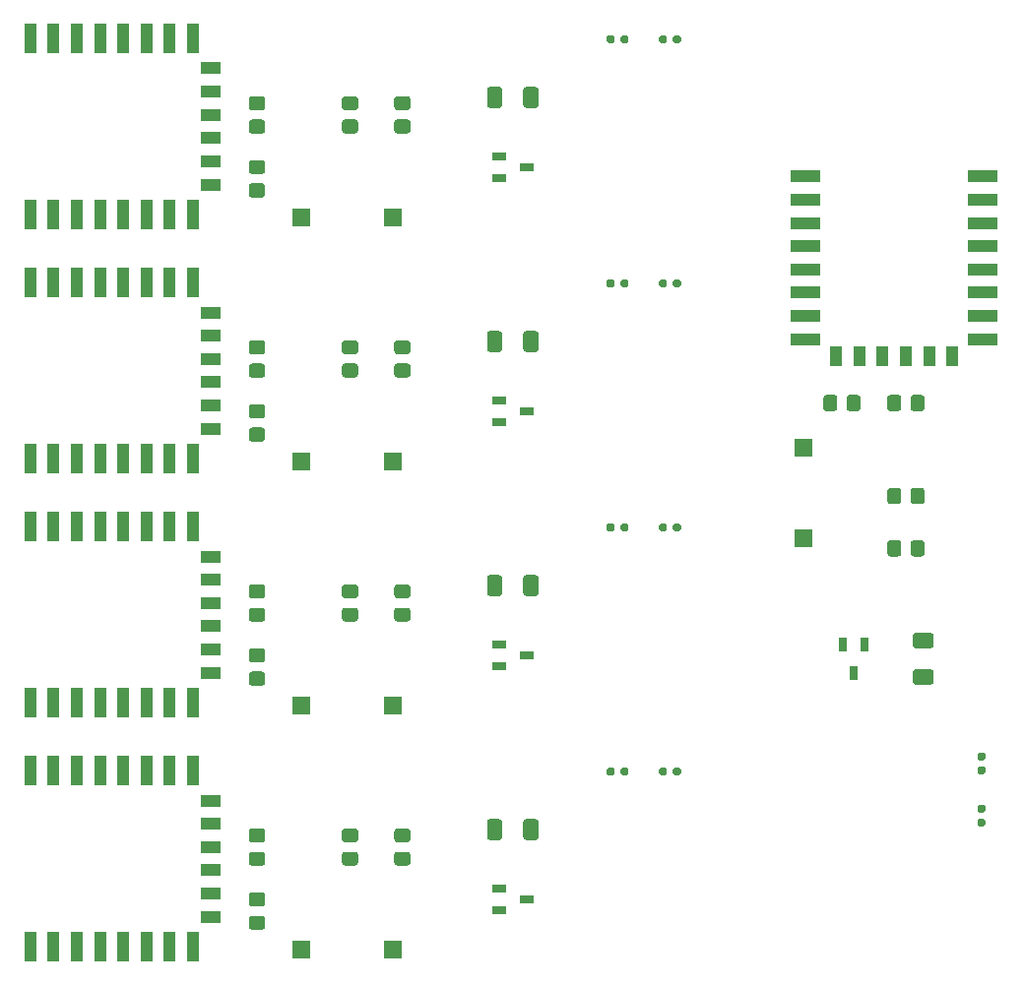
<source format=gbr>
%TF.GenerationSoftware,KiCad,Pcbnew,(5.1.9)-1*%
%TF.CreationDate,2021-04-05T17:54:04+02:00*%
%TF.ProjectId,IM350_AM550_multi,494d3335-305f-4414-9d35-35305f6d756c,rev?*%
%TF.SameCoordinates,Original*%
%TF.FileFunction,Paste,Top*%
%TF.FilePolarity,Positive*%
%FSLAX46Y46*%
G04 Gerber Fmt 4.6, Leading zero omitted, Abs format (unit mm)*
G04 Created by KiCad (PCBNEW (5.1.9)-1) date 2021-04-05 17:54:04*
%MOMM*%
%LPD*%
G01*
G04 APERTURE LIST*
%ADD10R,2.500000X1.000000*%
%ADD11R,1.000000X1.800000*%
%ADD12R,1.500000X1.500000*%
%ADD13R,0.800000X1.300000*%
%ADD14R,1.000000X2.500000*%
%ADD15R,1.800000X1.000000*%
%ADD16R,1.300000X0.800000*%
G04 APERTURE END LIST*
%TO.C,R2*%
G36*
G01*
X130200000Y-76950001D02*
X130200000Y-76049999D01*
G75*
G02*
X130449999Y-75800000I249999J0D01*
G01*
X131150001Y-75800000D01*
G75*
G02*
X131400000Y-76049999I0J-249999D01*
G01*
X131400000Y-76950001D01*
G75*
G02*
X131150001Y-77200000I-249999J0D01*
G01*
X130449999Y-77200000D01*
G75*
G02*
X130200000Y-76950001I0J249999D01*
G01*
G37*
G36*
G01*
X128200000Y-76950001D02*
X128200000Y-76049999D01*
G75*
G02*
X128449999Y-75800000I249999J0D01*
G01*
X129150001Y-75800000D01*
G75*
G02*
X129400000Y-76049999I0J-249999D01*
G01*
X129400000Y-76950001D01*
G75*
G02*
X129150001Y-77200000I-249999J0D01*
G01*
X128449999Y-77200000D01*
G75*
G02*
X128200000Y-76950001I0J249999D01*
G01*
G37*
%TD*%
D10*
%TO.C,U2*%
X121200000Y-44500000D03*
X121200000Y-46500000D03*
X121200000Y-48500000D03*
X121200000Y-50500000D03*
X121200000Y-52500000D03*
X121200000Y-54500000D03*
X121200000Y-56500000D03*
X121200000Y-58500000D03*
D11*
X123800000Y-60000000D03*
X125800000Y-60000000D03*
X127800000Y-60000000D03*
X129800000Y-60000000D03*
X131800000Y-60000000D03*
X133800000Y-60000000D03*
D10*
X136400000Y-58500000D03*
X136400000Y-56500000D03*
X136400000Y-54500000D03*
X136400000Y-52500000D03*
X136400000Y-50500000D03*
X136400000Y-48500000D03*
X136400000Y-46500000D03*
X136400000Y-44500000D03*
%TD*%
%TO.C,R6*%
G36*
G01*
X136460000Y-99260000D02*
X136140000Y-99260000D01*
G75*
G02*
X135980000Y-99100000I0J160000D01*
G01*
X135980000Y-98705000D01*
G75*
G02*
X136140000Y-98545000I160000J0D01*
G01*
X136460000Y-98545000D01*
G75*
G02*
X136620000Y-98705000I0J-160000D01*
G01*
X136620000Y-99100000D01*
G75*
G02*
X136460000Y-99260000I-160000J0D01*
G01*
G37*
G36*
G01*
X136460000Y-100455000D02*
X136140000Y-100455000D01*
G75*
G02*
X135980000Y-100295000I0J160000D01*
G01*
X135980000Y-99900000D01*
G75*
G02*
X136140000Y-99740000I160000J0D01*
G01*
X136460000Y-99740000D01*
G75*
G02*
X136620000Y-99900000I0J-160000D01*
G01*
X136620000Y-100295000D01*
G75*
G02*
X136460000Y-100455000I-160000J0D01*
G01*
G37*
%TD*%
%TO.C,R3*%
G36*
G01*
X136140000Y-95240000D02*
X136460000Y-95240000D01*
G75*
G02*
X136620000Y-95400000I0J-160000D01*
G01*
X136620000Y-95795000D01*
G75*
G02*
X136460000Y-95955000I-160000J0D01*
G01*
X136140000Y-95955000D01*
G75*
G02*
X135980000Y-95795000I0J160000D01*
G01*
X135980000Y-95400000D01*
G75*
G02*
X136140000Y-95240000I160000J0D01*
G01*
G37*
G36*
G01*
X136140000Y-94045000D02*
X136460000Y-94045000D01*
G75*
G02*
X136620000Y-94205000I0J-160000D01*
G01*
X136620000Y-94600000D01*
G75*
G02*
X136460000Y-94760000I-160000J0D01*
G01*
X136140000Y-94760000D01*
G75*
G02*
X135980000Y-94600000I0J160000D01*
G01*
X135980000Y-94205000D01*
G75*
G02*
X136140000Y-94045000I160000J0D01*
G01*
G37*
%TD*%
%TO.C,R1*%
G36*
G01*
X131400000Y-71549999D02*
X131400000Y-72450001D01*
G75*
G02*
X131150001Y-72700000I-249999J0D01*
G01*
X130449999Y-72700000D01*
G75*
G02*
X130200000Y-72450001I0J249999D01*
G01*
X130200000Y-71549999D01*
G75*
G02*
X130449999Y-71300000I249999J0D01*
G01*
X131150001Y-71300000D01*
G75*
G02*
X131400000Y-71549999I0J-249999D01*
G01*
G37*
G36*
G01*
X129400000Y-71549999D02*
X129400000Y-72450001D01*
G75*
G02*
X129150001Y-72700000I-249999J0D01*
G01*
X128449999Y-72700000D01*
G75*
G02*
X128200000Y-72450001I0J249999D01*
G01*
X128200000Y-71549999D01*
G75*
G02*
X128449999Y-71300000I249999J0D01*
G01*
X129150001Y-71300000D01*
G75*
G02*
X129400000Y-71549999I0J-249999D01*
G01*
G37*
%TD*%
%TO.C,R5*%
G36*
G01*
X123900000Y-63549999D02*
X123900000Y-64450001D01*
G75*
G02*
X123650001Y-64700000I-249999J0D01*
G01*
X122949999Y-64700000D01*
G75*
G02*
X122700000Y-64450001I0J249999D01*
G01*
X122700000Y-63549999D01*
G75*
G02*
X122949999Y-63300000I249999J0D01*
G01*
X123650001Y-63300000D01*
G75*
G02*
X123900000Y-63549999I0J-249999D01*
G01*
G37*
G36*
G01*
X125900000Y-63549999D02*
X125900000Y-64450001D01*
G75*
G02*
X125650001Y-64700000I-249999J0D01*
G01*
X124949999Y-64700000D01*
G75*
G02*
X124700000Y-64450001I0J249999D01*
G01*
X124700000Y-63549999D01*
G75*
G02*
X124949999Y-63300000I249999J0D01*
G01*
X125650001Y-63300000D01*
G75*
G02*
X125900000Y-63549999I0J-249999D01*
G01*
G37*
%TD*%
D12*
%TO.C,SW1*%
X121000000Y-67850000D03*
X121000000Y-75650000D03*
%TD*%
%TO.C,R4*%
G36*
G01*
X128200000Y-64450001D02*
X128200000Y-63549999D01*
G75*
G02*
X128449999Y-63300000I249999J0D01*
G01*
X129150001Y-63300000D01*
G75*
G02*
X129400000Y-63549999I0J-249999D01*
G01*
X129400000Y-64450001D01*
G75*
G02*
X129150001Y-64700000I-249999J0D01*
G01*
X128449999Y-64700000D01*
G75*
G02*
X128200000Y-64450001I0J249999D01*
G01*
G37*
G36*
G01*
X130200000Y-64450001D02*
X130200000Y-63549999D01*
G75*
G02*
X130449999Y-63300000I249999J0D01*
G01*
X131150001Y-63300000D01*
G75*
G02*
X131400000Y-63549999I0J-249999D01*
G01*
X131400000Y-64450001D01*
G75*
G02*
X131150001Y-64700000I-249999J0D01*
G01*
X130449999Y-64700000D01*
G75*
G02*
X130200000Y-64450001I0J249999D01*
G01*
G37*
%TD*%
D13*
%TO.C,U1*%
X126250000Y-84800000D03*
X124350000Y-84800000D03*
X125300000Y-87200000D03*
%TD*%
%TO.C,C2*%
G36*
G01*
X131950001Y-88225000D02*
X130649999Y-88225000D01*
G75*
G02*
X130400000Y-87975001I0J249999D01*
G01*
X130400000Y-87149999D01*
G75*
G02*
X130649999Y-86900000I249999J0D01*
G01*
X131950001Y-86900000D01*
G75*
G02*
X132200000Y-87149999I0J-249999D01*
G01*
X132200000Y-87975001D01*
G75*
G02*
X131950001Y-88225000I-249999J0D01*
G01*
G37*
G36*
G01*
X131950001Y-85100000D02*
X130649999Y-85100000D01*
G75*
G02*
X130400000Y-84850001I0J249999D01*
G01*
X130400000Y-84024999D01*
G75*
G02*
X130649999Y-83775000I249999J0D01*
G01*
X131950001Y-83775000D01*
G75*
G02*
X132200000Y-84024999I0J-249999D01*
G01*
X132200000Y-84850001D01*
G75*
G02*
X131950001Y-85100000I-249999J0D01*
G01*
G37*
%TD*%
%TO.C,R6*%
G36*
G01*
X110455000Y-95540000D02*
X110455000Y-95860000D01*
G75*
G02*
X110295000Y-96020000I-160000J0D01*
G01*
X109900000Y-96020000D01*
G75*
G02*
X109740000Y-95860000I0J160000D01*
G01*
X109740000Y-95540000D01*
G75*
G02*
X109900000Y-95380000I160000J0D01*
G01*
X110295000Y-95380000D01*
G75*
G02*
X110455000Y-95540000I0J-160000D01*
G01*
G37*
G36*
G01*
X109260000Y-95540000D02*
X109260000Y-95860000D01*
G75*
G02*
X109100000Y-96020000I-160000J0D01*
G01*
X108705000Y-96020000D01*
G75*
G02*
X108545000Y-95860000I0J160000D01*
G01*
X108545000Y-95540000D01*
G75*
G02*
X108705000Y-95380000I160000J0D01*
G01*
X109100000Y-95380000D01*
G75*
G02*
X109260000Y-95540000I0J-160000D01*
G01*
G37*
%TD*%
%TO.C,R2*%
G36*
G01*
X86950001Y-103800000D02*
X86049999Y-103800000D01*
G75*
G02*
X85800000Y-103550001I0J249999D01*
G01*
X85800000Y-102849999D01*
G75*
G02*
X86049999Y-102600000I249999J0D01*
G01*
X86950001Y-102600000D01*
G75*
G02*
X87200000Y-102849999I0J-249999D01*
G01*
X87200000Y-103550001D01*
G75*
G02*
X86950001Y-103800000I-249999J0D01*
G01*
G37*
G36*
G01*
X86950001Y-101800000D02*
X86049999Y-101800000D01*
G75*
G02*
X85800000Y-101550001I0J249999D01*
G01*
X85800000Y-100849999D01*
G75*
G02*
X86049999Y-100600000I249999J0D01*
G01*
X86950001Y-100600000D01*
G75*
G02*
X87200000Y-100849999I0J-249999D01*
G01*
X87200000Y-101550001D01*
G75*
G02*
X86950001Y-101800000I-249999J0D01*
G01*
G37*
%TD*%
%TO.C,R3*%
G36*
G01*
X104045000Y-95860000D02*
X104045000Y-95540000D01*
G75*
G02*
X104205000Y-95380000I160000J0D01*
G01*
X104600000Y-95380000D01*
G75*
G02*
X104760000Y-95540000I0J-160000D01*
G01*
X104760000Y-95860000D01*
G75*
G02*
X104600000Y-96020000I-160000J0D01*
G01*
X104205000Y-96020000D01*
G75*
G02*
X104045000Y-95860000I0J160000D01*
G01*
G37*
G36*
G01*
X105240000Y-95860000D02*
X105240000Y-95540000D01*
G75*
G02*
X105400000Y-95380000I160000J0D01*
G01*
X105795000Y-95380000D01*
G75*
G02*
X105955000Y-95540000I0J-160000D01*
G01*
X105955000Y-95860000D01*
G75*
G02*
X105795000Y-96020000I-160000J0D01*
G01*
X105400000Y-96020000D01*
G75*
G02*
X105240000Y-95860000I0J160000D01*
G01*
G37*
%TD*%
D14*
%TO.C,U2*%
X54500000Y-95600000D03*
X56500000Y-95600000D03*
X58500000Y-95600000D03*
X60500000Y-95600000D03*
X62500000Y-95600000D03*
X64500000Y-95600000D03*
X66500000Y-95600000D03*
X68500000Y-95600000D03*
D15*
X70000000Y-98200000D03*
X70000000Y-100200000D03*
X70000000Y-102200000D03*
X70000000Y-104200000D03*
X70000000Y-106200000D03*
X70000000Y-108200000D03*
D14*
X68500000Y-110800000D03*
X66500000Y-110800000D03*
X64500000Y-110800000D03*
X62500000Y-110800000D03*
X60500000Y-110800000D03*
X58500000Y-110800000D03*
X56500000Y-110800000D03*
X54500000Y-110800000D03*
%TD*%
%TO.C,R4*%
G36*
G01*
X74450001Y-101800000D02*
X73549999Y-101800000D01*
G75*
G02*
X73300000Y-101550001I0J249999D01*
G01*
X73300000Y-100849999D01*
G75*
G02*
X73549999Y-100600000I249999J0D01*
G01*
X74450001Y-100600000D01*
G75*
G02*
X74700000Y-100849999I0J-249999D01*
G01*
X74700000Y-101550001D01*
G75*
G02*
X74450001Y-101800000I-249999J0D01*
G01*
G37*
G36*
G01*
X74450001Y-103800000D02*
X73549999Y-103800000D01*
G75*
G02*
X73300000Y-103550001I0J249999D01*
G01*
X73300000Y-102849999D01*
G75*
G02*
X73549999Y-102600000I249999J0D01*
G01*
X74450001Y-102600000D01*
G75*
G02*
X74700000Y-102849999I0J-249999D01*
G01*
X74700000Y-103550001D01*
G75*
G02*
X74450001Y-103800000I-249999J0D01*
G01*
G37*
%TD*%
%TO.C,R1*%
G36*
G01*
X81549999Y-102600000D02*
X82450001Y-102600000D01*
G75*
G02*
X82700000Y-102849999I0J-249999D01*
G01*
X82700000Y-103550001D01*
G75*
G02*
X82450001Y-103800000I-249999J0D01*
G01*
X81549999Y-103800000D01*
G75*
G02*
X81300000Y-103550001I0J249999D01*
G01*
X81300000Y-102849999D01*
G75*
G02*
X81549999Y-102600000I249999J0D01*
G01*
G37*
G36*
G01*
X81549999Y-100600000D02*
X82450001Y-100600000D01*
G75*
G02*
X82700000Y-100849999I0J-249999D01*
G01*
X82700000Y-101550001D01*
G75*
G02*
X82450001Y-101800000I-249999J0D01*
G01*
X81549999Y-101800000D01*
G75*
G02*
X81300000Y-101550001I0J249999D01*
G01*
X81300000Y-100849999D01*
G75*
G02*
X81549999Y-100600000I249999J0D01*
G01*
G37*
%TD*%
%TO.C,C2*%
G36*
G01*
X95100000Y-100049999D02*
X95100000Y-101350001D01*
G75*
G02*
X94850001Y-101600000I-249999J0D01*
G01*
X94024999Y-101600000D01*
G75*
G02*
X93775000Y-101350001I0J249999D01*
G01*
X93775000Y-100049999D01*
G75*
G02*
X94024999Y-99800000I249999J0D01*
G01*
X94850001Y-99800000D01*
G75*
G02*
X95100000Y-100049999I0J-249999D01*
G01*
G37*
G36*
G01*
X98225000Y-100049999D02*
X98225000Y-101350001D01*
G75*
G02*
X97975001Y-101600000I-249999J0D01*
G01*
X97149999Y-101600000D01*
G75*
G02*
X96900000Y-101350001I0J249999D01*
G01*
X96900000Y-100049999D01*
G75*
G02*
X97149999Y-99800000I249999J0D01*
G01*
X97975001Y-99800000D01*
G75*
G02*
X98225000Y-100049999I0J-249999D01*
G01*
G37*
%TD*%
D16*
%TO.C,U1*%
X97200000Y-106700000D03*
X94800000Y-107650000D03*
X94800000Y-105750000D03*
%TD*%
%TO.C,R5*%
G36*
G01*
X73549999Y-106100000D02*
X74450001Y-106100000D01*
G75*
G02*
X74700000Y-106349999I0J-249999D01*
G01*
X74700000Y-107050001D01*
G75*
G02*
X74450001Y-107300000I-249999J0D01*
G01*
X73549999Y-107300000D01*
G75*
G02*
X73300000Y-107050001I0J249999D01*
G01*
X73300000Y-106349999D01*
G75*
G02*
X73549999Y-106100000I249999J0D01*
G01*
G37*
G36*
G01*
X73549999Y-108100000D02*
X74450001Y-108100000D01*
G75*
G02*
X74700000Y-108349999I0J-249999D01*
G01*
X74700000Y-109050001D01*
G75*
G02*
X74450001Y-109300000I-249999J0D01*
G01*
X73549999Y-109300000D01*
G75*
G02*
X73300000Y-109050001I0J249999D01*
G01*
X73300000Y-108349999D01*
G75*
G02*
X73549999Y-108100000I249999J0D01*
G01*
G37*
%TD*%
D12*
%TO.C,SW1*%
X85650000Y-111000000D03*
X77850000Y-111000000D03*
%TD*%
%TO.C,R3*%
G36*
G01*
X105240000Y-74860000D02*
X105240000Y-74540000D01*
G75*
G02*
X105400000Y-74380000I160000J0D01*
G01*
X105795000Y-74380000D01*
G75*
G02*
X105955000Y-74540000I0J-160000D01*
G01*
X105955000Y-74860000D01*
G75*
G02*
X105795000Y-75020000I-160000J0D01*
G01*
X105400000Y-75020000D01*
G75*
G02*
X105240000Y-74860000I0J160000D01*
G01*
G37*
G36*
G01*
X104045000Y-74860000D02*
X104045000Y-74540000D01*
G75*
G02*
X104205000Y-74380000I160000J0D01*
G01*
X104600000Y-74380000D01*
G75*
G02*
X104760000Y-74540000I0J-160000D01*
G01*
X104760000Y-74860000D01*
G75*
G02*
X104600000Y-75020000I-160000J0D01*
G01*
X104205000Y-75020000D01*
G75*
G02*
X104045000Y-74860000I0J160000D01*
G01*
G37*
%TD*%
%TO.C,R6*%
G36*
G01*
X109260000Y-74540000D02*
X109260000Y-74860000D01*
G75*
G02*
X109100000Y-75020000I-160000J0D01*
G01*
X108705000Y-75020000D01*
G75*
G02*
X108545000Y-74860000I0J160000D01*
G01*
X108545000Y-74540000D01*
G75*
G02*
X108705000Y-74380000I160000J0D01*
G01*
X109100000Y-74380000D01*
G75*
G02*
X109260000Y-74540000I0J-160000D01*
G01*
G37*
G36*
G01*
X110455000Y-74540000D02*
X110455000Y-74860000D01*
G75*
G02*
X110295000Y-75020000I-160000J0D01*
G01*
X109900000Y-75020000D01*
G75*
G02*
X109740000Y-74860000I0J160000D01*
G01*
X109740000Y-74540000D01*
G75*
G02*
X109900000Y-74380000I160000J0D01*
G01*
X110295000Y-74380000D01*
G75*
G02*
X110455000Y-74540000I0J-160000D01*
G01*
G37*
%TD*%
%TO.C,R2*%
G36*
G01*
X86950001Y-80800000D02*
X86049999Y-80800000D01*
G75*
G02*
X85800000Y-80550001I0J249999D01*
G01*
X85800000Y-79849999D01*
G75*
G02*
X86049999Y-79600000I249999J0D01*
G01*
X86950001Y-79600000D01*
G75*
G02*
X87200000Y-79849999I0J-249999D01*
G01*
X87200000Y-80550001D01*
G75*
G02*
X86950001Y-80800000I-249999J0D01*
G01*
G37*
G36*
G01*
X86950001Y-82800000D02*
X86049999Y-82800000D01*
G75*
G02*
X85800000Y-82550001I0J249999D01*
G01*
X85800000Y-81849999D01*
G75*
G02*
X86049999Y-81600000I249999J0D01*
G01*
X86950001Y-81600000D01*
G75*
G02*
X87200000Y-81849999I0J-249999D01*
G01*
X87200000Y-82550001D01*
G75*
G02*
X86950001Y-82800000I-249999J0D01*
G01*
G37*
%TD*%
%TO.C,C2*%
G36*
G01*
X98225000Y-79049999D02*
X98225000Y-80350001D01*
G75*
G02*
X97975001Y-80600000I-249999J0D01*
G01*
X97149999Y-80600000D01*
G75*
G02*
X96900000Y-80350001I0J249999D01*
G01*
X96900000Y-79049999D01*
G75*
G02*
X97149999Y-78800000I249999J0D01*
G01*
X97975001Y-78800000D01*
G75*
G02*
X98225000Y-79049999I0J-249999D01*
G01*
G37*
G36*
G01*
X95100000Y-79049999D02*
X95100000Y-80350001D01*
G75*
G02*
X94850001Y-80600000I-249999J0D01*
G01*
X94024999Y-80600000D01*
G75*
G02*
X93775000Y-80350001I0J249999D01*
G01*
X93775000Y-79049999D01*
G75*
G02*
X94024999Y-78800000I249999J0D01*
G01*
X94850001Y-78800000D01*
G75*
G02*
X95100000Y-79049999I0J-249999D01*
G01*
G37*
%TD*%
%TO.C,R5*%
G36*
G01*
X73549999Y-87100000D02*
X74450001Y-87100000D01*
G75*
G02*
X74700000Y-87349999I0J-249999D01*
G01*
X74700000Y-88050001D01*
G75*
G02*
X74450001Y-88300000I-249999J0D01*
G01*
X73549999Y-88300000D01*
G75*
G02*
X73300000Y-88050001I0J249999D01*
G01*
X73300000Y-87349999D01*
G75*
G02*
X73549999Y-87100000I249999J0D01*
G01*
G37*
G36*
G01*
X73549999Y-85100000D02*
X74450001Y-85100000D01*
G75*
G02*
X74700000Y-85349999I0J-249999D01*
G01*
X74700000Y-86050001D01*
G75*
G02*
X74450001Y-86300000I-249999J0D01*
G01*
X73549999Y-86300000D01*
G75*
G02*
X73300000Y-86050001I0J249999D01*
G01*
X73300000Y-85349999D01*
G75*
G02*
X73549999Y-85100000I249999J0D01*
G01*
G37*
%TD*%
%TO.C,SW1*%
X77850000Y-90000000D03*
X85650000Y-90000000D03*
%TD*%
%TO.C,R4*%
G36*
G01*
X74450001Y-82800000D02*
X73549999Y-82800000D01*
G75*
G02*
X73300000Y-82550001I0J249999D01*
G01*
X73300000Y-81849999D01*
G75*
G02*
X73549999Y-81600000I249999J0D01*
G01*
X74450001Y-81600000D01*
G75*
G02*
X74700000Y-81849999I0J-249999D01*
G01*
X74700000Y-82550001D01*
G75*
G02*
X74450001Y-82800000I-249999J0D01*
G01*
G37*
G36*
G01*
X74450001Y-80800000D02*
X73549999Y-80800000D01*
G75*
G02*
X73300000Y-80550001I0J249999D01*
G01*
X73300000Y-79849999D01*
G75*
G02*
X73549999Y-79600000I249999J0D01*
G01*
X74450001Y-79600000D01*
G75*
G02*
X74700000Y-79849999I0J-249999D01*
G01*
X74700000Y-80550001D01*
G75*
G02*
X74450001Y-80800000I-249999J0D01*
G01*
G37*
%TD*%
D14*
%TO.C,U2*%
X54500000Y-89800000D03*
X56500000Y-89800000D03*
X58500000Y-89800000D03*
X60500000Y-89800000D03*
X62500000Y-89800000D03*
X64500000Y-89800000D03*
X66500000Y-89800000D03*
X68500000Y-89800000D03*
D15*
X70000000Y-87200000D03*
X70000000Y-85200000D03*
X70000000Y-83200000D03*
X70000000Y-81200000D03*
X70000000Y-79200000D03*
X70000000Y-77200000D03*
D14*
X68500000Y-74600000D03*
X66500000Y-74600000D03*
X64500000Y-74600000D03*
X62500000Y-74600000D03*
X60500000Y-74600000D03*
X58500000Y-74600000D03*
X56500000Y-74600000D03*
X54500000Y-74600000D03*
%TD*%
D16*
%TO.C,U1*%
X94800000Y-84750000D03*
X94800000Y-86650000D03*
X97200000Y-85700000D03*
%TD*%
%TO.C,R1*%
G36*
G01*
X81549999Y-79600000D02*
X82450001Y-79600000D01*
G75*
G02*
X82700000Y-79849999I0J-249999D01*
G01*
X82700000Y-80550001D01*
G75*
G02*
X82450001Y-80800000I-249999J0D01*
G01*
X81549999Y-80800000D01*
G75*
G02*
X81300000Y-80550001I0J249999D01*
G01*
X81300000Y-79849999D01*
G75*
G02*
X81549999Y-79600000I249999J0D01*
G01*
G37*
G36*
G01*
X81549999Y-81600000D02*
X82450001Y-81600000D01*
G75*
G02*
X82700000Y-81849999I0J-249999D01*
G01*
X82700000Y-82550001D01*
G75*
G02*
X82450001Y-82800000I-249999J0D01*
G01*
X81549999Y-82800000D01*
G75*
G02*
X81300000Y-82550001I0J249999D01*
G01*
X81300000Y-81849999D01*
G75*
G02*
X81549999Y-81600000I249999J0D01*
G01*
G37*
%TD*%
%TO.C,R5*%
G36*
G01*
X73549999Y-64100000D02*
X74450001Y-64100000D01*
G75*
G02*
X74700000Y-64349999I0J-249999D01*
G01*
X74700000Y-65050001D01*
G75*
G02*
X74450001Y-65300000I-249999J0D01*
G01*
X73549999Y-65300000D01*
G75*
G02*
X73300000Y-65050001I0J249999D01*
G01*
X73300000Y-64349999D01*
G75*
G02*
X73549999Y-64100000I249999J0D01*
G01*
G37*
G36*
G01*
X73549999Y-66100000D02*
X74450001Y-66100000D01*
G75*
G02*
X74700000Y-66349999I0J-249999D01*
G01*
X74700000Y-67050001D01*
G75*
G02*
X74450001Y-67300000I-249999J0D01*
G01*
X73549999Y-67300000D01*
G75*
G02*
X73300000Y-67050001I0J249999D01*
G01*
X73300000Y-66349999D01*
G75*
G02*
X73549999Y-66100000I249999J0D01*
G01*
G37*
%TD*%
%TO.C,U1*%
X97200000Y-64700000D03*
X94800000Y-65650000D03*
X94800000Y-63750000D03*
%TD*%
D14*
%TO.C,U2*%
X54500000Y-53600000D03*
X56500000Y-53600000D03*
X58500000Y-53600000D03*
X60500000Y-53600000D03*
X62500000Y-53600000D03*
X64500000Y-53600000D03*
X66500000Y-53600000D03*
X68500000Y-53600000D03*
D15*
X70000000Y-56200000D03*
X70000000Y-58200000D03*
X70000000Y-60200000D03*
X70000000Y-62200000D03*
X70000000Y-64200000D03*
X70000000Y-66200000D03*
D14*
X68500000Y-68800000D03*
X66500000Y-68800000D03*
X64500000Y-68800000D03*
X62500000Y-68800000D03*
X60500000Y-68800000D03*
X58500000Y-68800000D03*
X56500000Y-68800000D03*
X54500000Y-68800000D03*
%TD*%
%TO.C,R4*%
G36*
G01*
X74450001Y-59800000D02*
X73549999Y-59800000D01*
G75*
G02*
X73300000Y-59550001I0J249999D01*
G01*
X73300000Y-58849999D01*
G75*
G02*
X73549999Y-58600000I249999J0D01*
G01*
X74450001Y-58600000D01*
G75*
G02*
X74700000Y-58849999I0J-249999D01*
G01*
X74700000Y-59550001D01*
G75*
G02*
X74450001Y-59800000I-249999J0D01*
G01*
G37*
G36*
G01*
X74450001Y-61800000D02*
X73549999Y-61800000D01*
G75*
G02*
X73300000Y-61550001I0J249999D01*
G01*
X73300000Y-60849999D01*
G75*
G02*
X73549999Y-60600000I249999J0D01*
G01*
X74450001Y-60600000D01*
G75*
G02*
X74700000Y-60849999I0J-249999D01*
G01*
X74700000Y-61550001D01*
G75*
G02*
X74450001Y-61800000I-249999J0D01*
G01*
G37*
%TD*%
D12*
%TO.C,SW1*%
X85650000Y-69000000D03*
X77850000Y-69000000D03*
%TD*%
%TO.C,R1*%
G36*
G01*
X81549999Y-60600000D02*
X82450001Y-60600000D01*
G75*
G02*
X82700000Y-60849999I0J-249999D01*
G01*
X82700000Y-61550001D01*
G75*
G02*
X82450001Y-61800000I-249999J0D01*
G01*
X81549999Y-61800000D01*
G75*
G02*
X81300000Y-61550001I0J249999D01*
G01*
X81300000Y-60849999D01*
G75*
G02*
X81549999Y-60600000I249999J0D01*
G01*
G37*
G36*
G01*
X81549999Y-58600000D02*
X82450001Y-58600000D01*
G75*
G02*
X82700000Y-58849999I0J-249999D01*
G01*
X82700000Y-59550001D01*
G75*
G02*
X82450001Y-59800000I-249999J0D01*
G01*
X81549999Y-59800000D01*
G75*
G02*
X81300000Y-59550001I0J249999D01*
G01*
X81300000Y-58849999D01*
G75*
G02*
X81549999Y-58600000I249999J0D01*
G01*
G37*
%TD*%
%TO.C,R3*%
G36*
G01*
X104045000Y-53860000D02*
X104045000Y-53540000D01*
G75*
G02*
X104205000Y-53380000I160000J0D01*
G01*
X104600000Y-53380000D01*
G75*
G02*
X104760000Y-53540000I0J-160000D01*
G01*
X104760000Y-53860000D01*
G75*
G02*
X104600000Y-54020000I-160000J0D01*
G01*
X104205000Y-54020000D01*
G75*
G02*
X104045000Y-53860000I0J160000D01*
G01*
G37*
G36*
G01*
X105240000Y-53860000D02*
X105240000Y-53540000D01*
G75*
G02*
X105400000Y-53380000I160000J0D01*
G01*
X105795000Y-53380000D01*
G75*
G02*
X105955000Y-53540000I0J-160000D01*
G01*
X105955000Y-53860000D01*
G75*
G02*
X105795000Y-54020000I-160000J0D01*
G01*
X105400000Y-54020000D01*
G75*
G02*
X105240000Y-53860000I0J160000D01*
G01*
G37*
%TD*%
%TO.C,C2*%
G36*
G01*
X95100000Y-58049999D02*
X95100000Y-59350001D01*
G75*
G02*
X94850001Y-59600000I-249999J0D01*
G01*
X94024999Y-59600000D01*
G75*
G02*
X93775000Y-59350001I0J249999D01*
G01*
X93775000Y-58049999D01*
G75*
G02*
X94024999Y-57800000I249999J0D01*
G01*
X94850001Y-57800000D01*
G75*
G02*
X95100000Y-58049999I0J-249999D01*
G01*
G37*
G36*
G01*
X98225000Y-58049999D02*
X98225000Y-59350001D01*
G75*
G02*
X97975001Y-59600000I-249999J0D01*
G01*
X97149999Y-59600000D01*
G75*
G02*
X96900000Y-59350001I0J249999D01*
G01*
X96900000Y-58049999D01*
G75*
G02*
X97149999Y-57800000I249999J0D01*
G01*
X97975001Y-57800000D01*
G75*
G02*
X98225000Y-58049999I0J-249999D01*
G01*
G37*
%TD*%
%TO.C,R6*%
G36*
G01*
X110455000Y-53540000D02*
X110455000Y-53860000D01*
G75*
G02*
X110295000Y-54020000I-160000J0D01*
G01*
X109900000Y-54020000D01*
G75*
G02*
X109740000Y-53860000I0J160000D01*
G01*
X109740000Y-53540000D01*
G75*
G02*
X109900000Y-53380000I160000J0D01*
G01*
X110295000Y-53380000D01*
G75*
G02*
X110455000Y-53540000I0J-160000D01*
G01*
G37*
G36*
G01*
X109260000Y-53540000D02*
X109260000Y-53860000D01*
G75*
G02*
X109100000Y-54020000I-160000J0D01*
G01*
X108705000Y-54020000D01*
G75*
G02*
X108545000Y-53860000I0J160000D01*
G01*
X108545000Y-53540000D01*
G75*
G02*
X108705000Y-53380000I160000J0D01*
G01*
X109100000Y-53380000D01*
G75*
G02*
X109260000Y-53540000I0J-160000D01*
G01*
G37*
%TD*%
%TO.C,R2*%
G36*
G01*
X86950001Y-61800000D02*
X86049999Y-61800000D01*
G75*
G02*
X85800000Y-61550001I0J249999D01*
G01*
X85800000Y-60849999D01*
G75*
G02*
X86049999Y-60600000I249999J0D01*
G01*
X86950001Y-60600000D01*
G75*
G02*
X87200000Y-60849999I0J-249999D01*
G01*
X87200000Y-61550001D01*
G75*
G02*
X86950001Y-61800000I-249999J0D01*
G01*
G37*
G36*
G01*
X86950001Y-59800000D02*
X86049999Y-59800000D01*
G75*
G02*
X85800000Y-59550001I0J249999D01*
G01*
X85800000Y-58849999D01*
G75*
G02*
X86049999Y-58600000I249999J0D01*
G01*
X86950001Y-58600000D01*
G75*
G02*
X87200000Y-58849999I0J-249999D01*
G01*
X87200000Y-59550001D01*
G75*
G02*
X86950001Y-59800000I-249999J0D01*
G01*
G37*
%TD*%
%TO.C,R6*%
G36*
G01*
X109260000Y-32540000D02*
X109260000Y-32860000D01*
G75*
G02*
X109100000Y-33020000I-160000J0D01*
G01*
X108705000Y-33020000D01*
G75*
G02*
X108545000Y-32860000I0J160000D01*
G01*
X108545000Y-32540000D01*
G75*
G02*
X108705000Y-32380000I160000J0D01*
G01*
X109100000Y-32380000D01*
G75*
G02*
X109260000Y-32540000I0J-160000D01*
G01*
G37*
G36*
G01*
X110455000Y-32540000D02*
X110455000Y-32860000D01*
G75*
G02*
X110295000Y-33020000I-160000J0D01*
G01*
X109900000Y-33020000D01*
G75*
G02*
X109740000Y-32860000I0J160000D01*
G01*
X109740000Y-32540000D01*
G75*
G02*
X109900000Y-32380000I160000J0D01*
G01*
X110295000Y-32380000D01*
G75*
G02*
X110455000Y-32540000I0J-160000D01*
G01*
G37*
%TD*%
%TO.C,R3*%
G36*
G01*
X105240000Y-32860000D02*
X105240000Y-32540000D01*
G75*
G02*
X105400000Y-32380000I160000J0D01*
G01*
X105795000Y-32380000D01*
G75*
G02*
X105955000Y-32540000I0J-160000D01*
G01*
X105955000Y-32860000D01*
G75*
G02*
X105795000Y-33020000I-160000J0D01*
G01*
X105400000Y-33020000D01*
G75*
G02*
X105240000Y-32860000I0J160000D01*
G01*
G37*
G36*
G01*
X104045000Y-32860000D02*
X104045000Y-32540000D01*
G75*
G02*
X104205000Y-32380000I160000J0D01*
G01*
X104600000Y-32380000D01*
G75*
G02*
X104760000Y-32540000I0J-160000D01*
G01*
X104760000Y-32860000D01*
G75*
G02*
X104600000Y-33020000I-160000J0D01*
G01*
X104205000Y-33020000D01*
G75*
G02*
X104045000Y-32860000I0J160000D01*
G01*
G37*
%TD*%
%TO.C,C2*%
G36*
G01*
X98225000Y-37049999D02*
X98225000Y-38350001D01*
G75*
G02*
X97975001Y-38600000I-249999J0D01*
G01*
X97149999Y-38600000D01*
G75*
G02*
X96900000Y-38350001I0J249999D01*
G01*
X96900000Y-37049999D01*
G75*
G02*
X97149999Y-36800000I249999J0D01*
G01*
X97975001Y-36800000D01*
G75*
G02*
X98225000Y-37049999I0J-249999D01*
G01*
G37*
G36*
G01*
X95100000Y-37049999D02*
X95100000Y-38350001D01*
G75*
G02*
X94850001Y-38600000I-249999J0D01*
G01*
X94024999Y-38600000D01*
G75*
G02*
X93775000Y-38350001I0J249999D01*
G01*
X93775000Y-37049999D01*
G75*
G02*
X94024999Y-36800000I249999J0D01*
G01*
X94850001Y-36800000D01*
G75*
G02*
X95100000Y-37049999I0J-249999D01*
G01*
G37*
%TD*%
%TO.C,R1*%
G36*
G01*
X81549999Y-37600000D02*
X82450001Y-37600000D01*
G75*
G02*
X82700000Y-37849999I0J-249999D01*
G01*
X82700000Y-38550001D01*
G75*
G02*
X82450001Y-38800000I-249999J0D01*
G01*
X81549999Y-38800000D01*
G75*
G02*
X81300000Y-38550001I0J249999D01*
G01*
X81300000Y-37849999D01*
G75*
G02*
X81549999Y-37600000I249999J0D01*
G01*
G37*
G36*
G01*
X81549999Y-39600000D02*
X82450001Y-39600000D01*
G75*
G02*
X82700000Y-39849999I0J-249999D01*
G01*
X82700000Y-40550001D01*
G75*
G02*
X82450001Y-40800000I-249999J0D01*
G01*
X81549999Y-40800000D01*
G75*
G02*
X81300000Y-40550001I0J249999D01*
G01*
X81300000Y-39849999D01*
G75*
G02*
X81549999Y-39600000I249999J0D01*
G01*
G37*
%TD*%
%TO.C,R2*%
G36*
G01*
X86950001Y-38800000D02*
X86049999Y-38800000D01*
G75*
G02*
X85800000Y-38550001I0J249999D01*
G01*
X85800000Y-37849999D01*
G75*
G02*
X86049999Y-37600000I249999J0D01*
G01*
X86950001Y-37600000D01*
G75*
G02*
X87200000Y-37849999I0J-249999D01*
G01*
X87200000Y-38550001D01*
G75*
G02*
X86950001Y-38800000I-249999J0D01*
G01*
G37*
G36*
G01*
X86950001Y-40800000D02*
X86049999Y-40800000D01*
G75*
G02*
X85800000Y-40550001I0J249999D01*
G01*
X85800000Y-39849999D01*
G75*
G02*
X86049999Y-39600000I249999J0D01*
G01*
X86950001Y-39600000D01*
G75*
G02*
X87200000Y-39849999I0J-249999D01*
G01*
X87200000Y-40550001D01*
G75*
G02*
X86950001Y-40800000I-249999J0D01*
G01*
G37*
%TD*%
%TO.C,R4*%
G36*
G01*
X74450001Y-40800000D02*
X73549999Y-40800000D01*
G75*
G02*
X73300000Y-40550001I0J249999D01*
G01*
X73300000Y-39849999D01*
G75*
G02*
X73549999Y-39600000I249999J0D01*
G01*
X74450001Y-39600000D01*
G75*
G02*
X74700000Y-39849999I0J-249999D01*
G01*
X74700000Y-40550001D01*
G75*
G02*
X74450001Y-40800000I-249999J0D01*
G01*
G37*
G36*
G01*
X74450001Y-38800000D02*
X73549999Y-38800000D01*
G75*
G02*
X73300000Y-38550001I0J249999D01*
G01*
X73300000Y-37849999D01*
G75*
G02*
X73549999Y-37600000I249999J0D01*
G01*
X74450001Y-37600000D01*
G75*
G02*
X74700000Y-37849999I0J-249999D01*
G01*
X74700000Y-38550001D01*
G75*
G02*
X74450001Y-38800000I-249999J0D01*
G01*
G37*
%TD*%
%TO.C,R5*%
G36*
G01*
X73549999Y-45100000D02*
X74450001Y-45100000D01*
G75*
G02*
X74700000Y-45349999I0J-249999D01*
G01*
X74700000Y-46050001D01*
G75*
G02*
X74450001Y-46300000I-249999J0D01*
G01*
X73549999Y-46300000D01*
G75*
G02*
X73300000Y-46050001I0J249999D01*
G01*
X73300000Y-45349999D01*
G75*
G02*
X73549999Y-45100000I249999J0D01*
G01*
G37*
G36*
G01*
X73549999Y-43100000D02*
X74450001Y-43100000D01*
G75*
G02*
X74700000Y-43349999I0J-249999D01*
G01*
X74700000Y-44050001D01*
G75*
G02*
X74450001Y-44300000I-249999J0D01*
G01*
X73549999Y-44300000D01*
G75*
G02*
X73300000Y-44050001I0J249999D01*
G01*
X73300000Y-43349999D01*
G75*
G02*
X73549999Y-43100000I249999J0D01*
G01*
G37*
%TD*%
%TO.C,SW1*%
X77850000Y-48000000D03*
X85650000Y-48000000D03*
%TD*%
D16*
%TO.C,U1*%
X94800000Y-42750000D03*
X94800000Y-44650000D03*
X97200000Y-43700000D03*
%TD*%
D14*
%TO.C,U2*%
X54500000Y-47800000D03*
X56500000Y-47800000D03*
X58500000Y-47800000D03*
X60500000Y-47800000D03*
X62500000Y-47800000D03*
X64500000Y-47800000D03*
X66500000Y-47800000D03*
X68500000Y-47800000D03*
D15*
X70000000Y-45200000D03*
X70000000Y-43200000D03*
X70000000Y-41200000D03*
X70000000Y-39200000D03*
X70000000Y-37200000D03*
X70000000Y-35200000D03*
D14*
X68500000Y-32600000D03*
X66500000Y-32600000D03*
X64500000Y-32600000D03*
X62500000Y-32600000D03*
X60500000Y-32600000D03*
X58500000Y-32600000D03*
X56500000Y-32600000D03*
X54500000Y-32600000D03*
%TD*%
M02*

</source>
